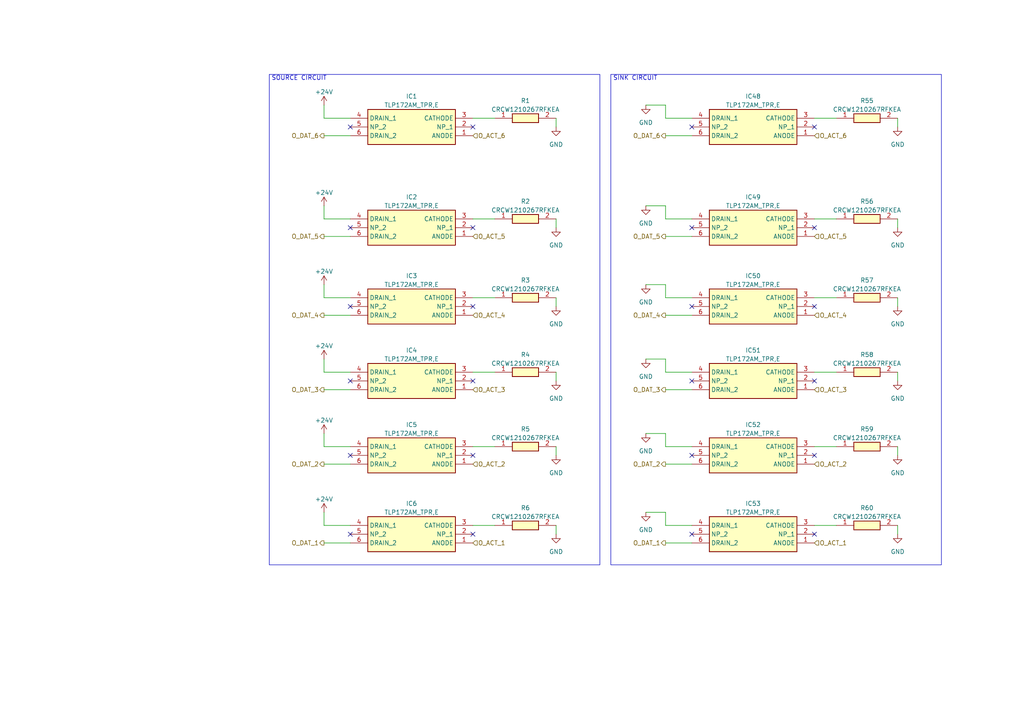
<source format=kicad_sch>
(kicad_sch (version 20230121) (generator eeschema)
  (paper "A4")
  (title_block (date "2023-04-23") (rev "1") (company "UPB - FIIR - Roboți și sisteme de producție") (comment 1 "Alexandru-Ioan Anastasiu"))
  (lib_symbols
    (symbol "CRCW1210267RFKEA:CRCW1210267RFKEA" (pin_names hide)
      (property "Reference" "R" (at 13.97 6.35 0))
      (property "Value" "CRCW1210267RFKEA" (at 13.97 3.81 0))
      (symbol "CRCW1210267RFKEA_1_1"
        (rectangle (start 5.08 1.27) (end 12.7 -1.27) (stroke (width 0.254)) (fill (type background)))
        (pin passive line (at 0 0 0) (length 5.08) (name "1") (number "1"))
        (pin passive line (at 17.78 0 180) (length 5.08) (name "2") (number "2"))
      )
    )
    (symbol "TLP172AM_TPR_E:TLP172AM_TPR,E"
      (property "Reference" "IC" (at 31.75 7.62 0))
      (property "Value" "TLP172AM_TPR,E" (at 31.75 5.08 0))
      (symbol "TLP172AM_TPR,E_1_1"
        (rectangle (start 5.08 2.54) (end 30.48 -7.62) (stroke (width 0.254)) (fill (type background)))
        (pin passive line (at 0 0 0) (length 5.08) (name "ANODE") (number "1"))
        (pin passive line (at 0 -2.54 0) (length 5.08) (name "NP_1") (number "2"))
        (pin passive line (at 0 -5.08 0) (length 5.08) (name "CATHODE") (number "3"))
        (pin passive line (at 35.56 -5.08 180) (length 5.08) (name "DRAIN_1") (number "4"))
        (pin passive line (at 35.56 -2.54 180) (length 5.08) (name "NP_2") (number "5"))
        (pin passive line (at 35.56 0 180) (length 5.08) (name "DRAIN_2") (number "6"))
      )
    )
    (symbol "power:+24V" (power) (pin_names (offset 0))
      (property "Value" "+24V" (at 0 3.556 0))
      (symbol "+24V_0_1"
        (polyline (pts (xy -0.762 1.27) (xy 0 2.54)))
        (polyline (pts (xy 0 0) (xy 0 2.54)))
        (polyline (pts (xy 0 2.54) (xy 0.762 1.27)))
      )
      (symbol "+24V_1_1"
        (pin power_in line (at 0 0 90) (length 0) hide (name "+24V") (number "1"))
      )
    )
    (symbol "power:GND" (power) (pin_names (offset 0))
      (property "Value" "GND" (at 0 -3.81 0))
      (symbol "GND_0_1"
        (polyline (pts (xy 0 0) (xy 0 -1.27) (xy 1.27 -1.27) (xy 0 -2.54) (xy -1.27 -1.27) (xy 0 -1.27)))
      )
      (symbol "GND_1_1"
        (pin power_in line (at 0 0 270) (length 0) hide (name "GND") (number "1"))
      )
    )
  )
  (no_connect (at 236.22 132.08))
  (no_connect (at 137.16 36.83))
  (no_connect (at 200.66 36.83))
  (no_connect (at 137.16 154.94))
  (no_connect (at 200.66 110.49))
  (no_connect (at 101.6 110.49))
  (no_connect (at 137.16 88.9))
  (no_connect (at 200.66 132.08))
  (no_connect (at 137.16 110.49))
  (no_connect (at 236.22 154.94))
  (no_connect (at 236.22 66.04))
  (no_connect (at 200.66 88.9))
  (no_connect (at 101.6 132.08))
  (no_connect (at 137.16 66.04))
  (no_connect (at 101.6 66.04))
  (no_connect (at 101.6 36.83))
  (no_connect (at 101.6 88.9))
  (no_connect (at 236.22 36.83))
  (no_connect (at 200.66 154.94))
  (no_connect (at 137.16 132.08))
  (no_connect (at 236.22 110.49))
  (no_connect (at 236.22 88.9))
  (no_connect (at 101.6 154.94))
  (no_connect (at 200.66 66.04))
  (wire (pts (xy 101.6 86.36) (xy 93.98 86.36)))
  (wire (pts (xy 260.35 86.36) (xy 260.35 88.9)))
  (wire (pts (xy 161.29 63.5) (xy 161.29 66.04)))
  (wire (pts (xy 93.98 86.36) (xy 93.98 82.55)))
  (wire (pts (xy 236.22 86.36) (xy 242.57 86.36)))
  (wire (pts (xy 187.325 148.59) (xy 193.04 148.59)))
  (wire (pts (xy 193.04 129.54) (xy 193.04 125.73)))
  (wire (pts (xy 236.22 63.5) (xy 242.57 63.5)))
  (wire (pts (xy 193.04 107.95) (xy 193.04 104.14)))
  (wire (pts (xy 187.325 30.48) (xy 193.04 30.48)))
  (wire (pts (xy 193.04 63.5) (xy 193.04 59.69)))
  (wire (pts (xy 161.29 107.95) (xy 161.29 110.49)))
  (wire (pts (xy 200.66 86.36) (xy 193.04 86.36)))
  (wire (pts (xy 236.22 34.29) (xy 242.57 34.29)))
  (wire (pts (xy 93.98 129.54) (xy 93.98 125.73)))
  (wire (pts (xy 260.35 152.4) (xy 260.35 154.94)))
  (wire (pts (xy 260.35 129.54) (xy 260.35 132.08)))
  (wire (pts (xy 137.16 107.95) (xy 143.51 107.95)))
  (wire (pts (xy 193.04 134.62) (xy 200.66 134.62)))
  (wire (pts (xy 93.98 68.58) (xy 101.6 68.58)))
  (wire (pts (xy 93.98 107.95) (xy 93.98 104.14)))
  (wire (pts (xy 187.325 59.69) (xy 193.04 59.69)))
  (wire (pts (xy 193.04 157.48) (xy 200.66 157.48)))
  (wire (pts (xy 200.66 152.4) (xy 193.04 152.4)))
  (wire (pts (xy 193.04 152.4) (xy 193.04 148.59)))
  (wire (pts (xy 93.98 134.62) (xy 101.6 134.62)))
  (wire (pts (xy 187.325 104.14) (xy 193.04 104.14)))
  (wire (pts (xy 101.6 107.95) (xy 93.98 107.95)))
  (wire (pts (xy 236.22 152.4) (xy 242.57 152.4)))
  (wire (pts (xy 93.98 63.5) (xy 93.98 59.69)))
  (wire (pts (xy 260.35 63.5) (xy 260.35 66.04)))
  (wire (pts (xy 101.6 129.54) (xy 93.98 129.54)))
  (wire (pts (xy 161.29 129.54) (xy 161.29 132.08)))
  (wire (pts (xy 93.98 113.03) (xy 101.6 113.03)))
  (wire (pts (xy 93.98 157.48) (xy 101.6 157.48)))
  (wire (pts (xy 260.35 107.95) (xy 260.35 110.49)))
  (wire (pts (xy 200.66 107.95) (xy 193.04 107.95)))
  (wire (pts (xy 93.98 91.44) (xy 101.6 91.44)))
  (wire (pts (xy 161.29 152.4) (xy 161.29 154.94)))
  (wire (pts (xy 161.29 34.29) (xy 161.29 36.83)))
  (wire (pts (xy 93.98 34.29) (xy 93.98 30.48)))
  (wire (pts (xy 260.35 34.29) (xy 260.35 36.83)))
  (wire (pts (xy 187.325 125.73) (xy 193.04 125.73)))
  (wire (pts (xy 137.16 152.4) (xy 143.51 152.4)))
  (wire (pts (xy 101.6 34.29) (xy 93.98 34.29)))
  (wire (pts (xy 236.22 129.54) (xy 242.57 129.54)))
  (wire (pts (xy 93.98 39.37) (xy 101.6 39.37)))
  (wire (pts (xy 193.04 86.36) (xy 193.04 82.55)))
  (wire (pts (xy 137.16 129.54) (xy 143.51 129.54)))
  (wire (pts (xy 193.04 68.58) (xy 200.66 68.58)))
  (wire (pts (xy 200.66 34.29) (xy 193.04 34.29)))
  (wire (pts (xy 187.325 82.55) (xy 193.04 82.55)))
  (wire (pts (xy 161.29 86.36) (xy 161.29 88.9)))
  (wire (pts (xy 137.16 86.36) (xy 143.51 86.36)))
  (wire (pts (xy 137.16 63.5) (xy 143.51 63.5)))
  (wire (pts (xy 193.04 113.03) (xy 200.66 113.03)))
  (wire (pts (xy 200.66 63.5) (xy 193.04 63.5)))
  (wire (pts (xy 193.04 91.44) (xy 200.66 91.44)))
  (wire (pts (xy 101.6 63.5) (xy 93.98 63.5)))
  (wire (pts (xy 137.16 34.29) (xy 143.51 34.29)))
  (wire (pts (xy 101.6 152.4) (xy 93.98 152.4)))
  (wire (pts (xy 193.04 34.29) (xy 193.04 30.48)))
  (wire (pts (xy 193.04 39.37) (xy 200.66 39.37)))
  (wire (pts (xy 236.22 107.95) (xy 242.57 107.95)))
  (wire (pts (xy 93.98 152.4) (xy 93.98 148.59)))
  (wire (pts (xy 200.66 129.54) (xy 193.04 129.54)))
  (rectangle (start 78.105 21.59) (end 173.99 163.83))
  (rectangle (start 177.165 21.59) (end 273.05 163.83))
  (text "SOURCE CIRCUIT\n" (at 78.74 23.495 0) (effects (font (size 1.27 1.27)) (justify left bottom)))
  (text "SINK CIRCUIT\n" (at 177.8 23.495 0) (effects (font (size 1.27 1.27)) (justify left bottom)))
  (hierarchical_label "O_DAT_6" (shape output) (at 93.98 39.37 180))
  (hierarchical_label "O_ACT_2" (shape input) (at 137.16 134.62 0))
  (hierarchical_label "O_ACT_6" (shape input) (at 236.22 39.37 0))
  (hierarchical_label "O_DAT_2" (shape output) (at 193.04 134.62 180))
  (hierarchical_label "O_ACT_1" (shape input) (at 137.16 157.48 0))
  (hierarchical_label "O_DAT_1" (shape output) (at 193.04 157.48 180))
  (hierarchical_label "O_DAT_3" (shape output) (at 193.04 113.03 180))
  (hierarchical_label "O_DAT_2" (shape output) (at 93.98 134.62 180))
  (hierarchical_label "O_DAT_6" (shape output) (at 193.04 39.37 180))
  (hierarchical_label "O_ACT_5" (shape input) (at 236.22 68.58 0))
  (hierarchical_label "O_DAT_4" (shape output) (at 93.98 91.44 180))
  (hierarchical_label "O_DAT_3" (shape output) (at 93.98 113.03 180))
  (hierarchical_label "O_DAT_5" (shape output) (at 93.98 68.58 180))
  (hierarchical_label "O_ACT_5" (shape input) (at 137.16 68.58 0))
  (hierarchical_label "O_DAT_4" (shape output) (at 193.04 91.44 180))
  (hierarchical_label "O_ACT_3" (shape input) (at 236.22 113.03 0))
  (hierarchical_label "O_DAT_5" (shape output) (at 193.04 68.58 180))
  (hierarchical_label "O_DAT_1" (shape output) (at 93.98 157.48 180))
  (hierarchical_label "O_ACT_4" (shape input) (at 137.16 91.44 0))
  (hierarchical_label "O_ACT_1" (shape input) (at 236.22 157.48 0))
  (hierarchical_label "O_ACT_2" (shape input) (at 236.22 134.62 0))
  (hierarchical_label "O_ACT_6" (shape input) (at 137.16 39.37 0))
  (hierarchical_label "O_ACT_3" (shape input) (at 137.16 113.03 0))
  (hierarchical_label "O_ACT_4" (shape input) (at 236.22 91.44 0))
  (symbol (lib_id "CRCW1210267RFKEA:CRCW1210267RFKEA") (at 143.51 152.4 0) (unit 1)
    (property "Reference" "R6" (at 152.4 147.32 0))
    (property "Value" "CRCW1210267RFKEA" (at 152.4 149.86 0))
    (property "Footprint" "CRCW1210267RFKEA:RESC3225X60N" (effects hide))
    (property "Datasheet" "http://componentsearchengine.com/Datasheets/1/CRCW1210267RFKEA.pdf" (effects hide))
    (property "Height" "0.6" (effects hide))
    (property "Mouser Part Number" "71-CRCW1210-267-E3" (effects hide))
    (property "Mouser Price/Stock" "https://www.mouser.co.uk/ProductDetail/Vishay-Dale/CRCW1210267RFKEA?qs=u0pLYIWDdLe%252BVJfyDMg51g%3D%3D" (effects hide))
    (property "Manufacturer_Name" "Vishay" (effects hide))
    (property "Manufacturer_Part_Number" "CRCW1210267RFKEA" (effects hide))
    (instances (project "PLC-CIM" (path "" (reference "R6") (unit 1)) (path "" (reference "R24") (unit 1)) (path "" (reference "R42") (unit 1)) (path "" (reference "R48") (unit 1)) (path "" (reference "R54") (unit 1))))
  )
  (symbol (lib_id "TLP172AM_TPR_E:TLP172AM_TPR,E") (at 236.22 157.48 180) (unit 1)
    (property "Reference" "IC53" (at 218.44 146.05 0))
    (property "Value" "TLP172AM_TPR,E" (at 218.44 148.59 0))
    (property "Footprint" "TLP172AM_TPR_E:SOIC127P700X230-6N" (effects hide))
    (property "Datasheet" "https://toshiba.semicon-storage.com/info/docget.jsp?did=36714&prodName=TLP172AM" (effects hide))
    (property "Height" "2.3" (effects hide))
    (property "Mouser Part Number" "757-TLP172AMTPRE" (effects hide))
    (property "Mouser Price/Stock" "https://www.mouser.co.uk/ProductDetail/Toshiba/TLP172AMTPRE?qs=6ZHl3BmPMW1g8abCQD%2F8ag%3D%3D" (effects hide))
    (property "Manufacturer_Name" "Toshiba" (effects hide))
    (property "Manufacturer_Part_Number" "TLP172AM(TPR,E" (effects hide))
    (instances (project "PLC-CIM" (path "" (reference "IC53") (unit 1)) (path "" (reference "IC59") (unit 1)) (path "" (reference "IC65") (unit 1)) (path "" (reference "IC71") (unit 1)) (path "" (reference "IC77") (unit 1))))
  )
  (symbol (lib_id "power:+24V") (at 93.98 59.69 0) (unit 1)
    (property "Reference" "#PWR0114" (effects hide))
    (property "Value" "+24V" (at 93.98 55.88 0))
    (instances (project "PLC-CIM" (path "" (reference "#PWR0114") (unit 1)) (path "" (reference "#PWR0156") (unit 1)) (path "" (reference "#PWR0198") (unit 1)) (path "" (reference "#PWR0222") (unit 1)) (path "" (reference "#PWR0246") (unit 1))))
  )
  (symbol (lib_id "power:GND") (at 187.325 59.69 0) (unit 1)
    (property "Reference" "#PWR0127" (effects hide))
    (property "Value" "GND" (at 187.325 64.77 0))
    (instances (project "PLC-CIM" (path "" (reference "#PWR0127") (unit 1)) (path "" (reference "#PWR0169") (unit 1)) (path "" (reference "#PWR0211") (unit 1)) (path "" (reference "#PWR0235") (unit 1)) (path "" (reference "#PWR0259") (unit 1))))
  )
  (symbol (lib_id "power:GND") (at 161.29 110.49 0) (unit 1)
    (property "Reference" "#PWR0117" (effects hide))
    (property "Value" "GND" (at 161.29 115.57 0))
    (instances (project "PLC-CIM" (path "" (reference "#PWR0117") (unit 1)) (path "" (reference "#PWR0159") (unit 1)) (path "" (reference "#PWR0201") (unit 1)) (path "" (reference "#PWR0225") (unit 1)) (path "" (reference "#PWR0249") (unit 1))))
  )
  (symbol (lib_id "power:+24V") (at 93.98 82.55 0) (unit 1)
    (property "Reference" "#PWR0111" (effects hide))
    (property "Value" "+24V" (at 93.98 78.74 0))
    (instances (project "PLC-CIM" (path "" (reference "#PWR0111") (unit 1)) (path "" (reference "#PWR0153") (unit 1)) (path "" (reference "#PWR0195") (unit 1)) (path "" (reference "#PWR0219") (unit 1)) (path "" (reference "#PWR0243") (unit 1))))
  )
  (symbol (lib_id "TLP172AM_TPR_E:TLP172AM_TPR,E") (at 137.16 68.58 180) (unit 1)
    (property "Reference" "IC2" (at 119.38 57.15 0))
    (property "Value" "TLP172AM_TPR,E" (at 119.38 59.69 0))
    (property "Footprint" "TLP172AM_TPR_E:SOIC127P700X230-6N" (effects hide))
    (property "Datasheet" "https://toshiba.semicon-storage.com/info/docget.jsp?did=36714&prodName=TLP172AM" (effects hide))
    (property "Height" "2.3" (effects hide))
    (property "Mouser Part Number" "757-TLP172AMTPRE" (effects hide))
    (property "Mouser Price/Stock" "https://www.mouser.co.uk/ProductDetail/Toshiba/TLP172AMTPRE?qs=6ZHl3BmPMW1g8abCQD%2F8ag%3D%3D" (effects hide))
    (property "Manufacturer_Name" "Toshiba" (effects hide))
    (property "Manufacturer_Part_Number" "TLP172AM(TPR,E" (effects hide))
    (instances (project "PLC-CIM" (path "" (reference "IC2") (unit 1)) (path "" (reference "IC14") (unit 1)) (path "" (reference "IC26") (unit 1)) (path "" (reference "IC33") (unit 1)) (path "" (reference "IC39") (unit 1))))
  )
  (symbol (lib_id "CRCW1210267RFKEA:CRCW1210267RFKEA") (at 143.51 63.5 0) (unit 1)
    (property "Reference" "R2" (at 152.4 58.42 0))
    (property "Value" "CRCW1210267RFKEA" (at 152.4 60.96 0))
    (property "Footprint" "CRCW1210267RFKEA:RESC3225X60N" (effects hide))
    (property "Datasheet" "http://componentsearchengine.com/Datasheets/1/CRCW1210267RFKEA.pdf" (effects hide))
    (property "Height" "0.6" (effects hide))
    (property "Mouser Part Number" "71-CRCW1210-267-E3" (effects hide))
    (property "Mouser Price/Stock" "https://www.mouser.co.uk/ProductDetail/Vishay-Dale/CRCW1210267RFKEA?qs=u0pLYIWDdLe%252BVJfyDMg51g%3D%3D" (effects hide))
    (property "Manufacturer_Name" "Vishay" (effects hide))
    (property "Manufacturer_Part_Number" "CRCW1210267RFKEA" (effects hide))
    (instances (project "PLC-CIM" (path "" (reference "R2") (unit 1)) (path "" (reference "R20") (unit 1)) (path "" (reference "R38") (unit 1)) (path "" (reference "R44") (unit 1)) (path "" (reference "R50") (unit 1))))
  )
  (symbol (lib_id "power:GND") (at 187.325 148.59 0) (unit 1)
    (property "Reference" "#PWR0109" (effects hide))
    (property "Value" "GND" (at 187.325 153.67 0))
    (instances (project "PLC-CIM" (path "" (reference "#PWR0109") (unit 1)) (path "" (reference "#PWR0151") (unit 1)) (path "" (reference "#PWR0193") (unit 1)) (path "" (reference "#PWR0217") (unit 1)) (path "" (reference "#PWR0241") (unit 1))))
  )
  (symbol (lib_id "TLP172AM_TPR_E:TLP172AM_TPR,E") (at 236.22 113.03 180) (unit 1)
    (property "Reference" "IC51" (at 218.44 101.6 0))
    (property "Value" "TLP172AM_TPR,E" (at 218.44 104.14 0))
    (property "Footprint" "TLP172AM_TPR_E:SOIC127P700X230-6N" (effects hide))
    (property "Datasheet" "https://toshiba.semicon-storage.com/info/docget.jsp?did=36714&prodName=TLP172AM" (effects hide))
    (property "Height" "2.3" (effects hide))
    (property "Mouser Part Number" "757-TLP172AMTPRE" (effects hide))
    (property "Mouser Price/Stock" "https://www.mouser.co.uk/ProductDetail/Toshiba/TLP172AMTPRE?qs=6ZHl3BmPMW1g8abCQD%2F8ag%3D%3D" (effects hide))
    (property "Manufacturer_Name" "Toshiba" (effects hide))
    (property "Manufacturer_Part_Number" "TLP172AM(TPR,E" (effects hide))
    (instances (project "PLC-CIM" (path "" (reference "IC51") (unit 1)) (path "" (reference "IC57") (unit 1)) (path "" (reference "IC63") (unit 1)) (path "" (reference "IC69") (unit 1)) (path "" (reference "IC75") (unit 1))))
  )
  (symbol (lib_id "CRCW1210267RFKEA:CRCW1210267RFKEA") (at 242.57 107.95 0) (unit 1)
    (property "Reference" "R58" (at 251.46 102.87 0))
    (property "Value" "CRCW1210267RFKEA" (at 251.46 105.41 0))
    (property "Footprint" "CRCW1210267RFKEA:RESC3225X60N" (effects hide))
    (property "Datasheet" "http://componentsearchengine.com/Datasheets/1/CRCW1210267RFKEA.pdf" (effects hide))
    (property "Height" "0.6" (effects hide))
    (property "Mouser Part Number" "71-CRCW1210-267-E3" (effects hide))
    (property "Mouser Price/Stock" "https://www.mouser.co.uk/ProductDetail/Vishay-Dale/CRCW1210267RFKEA?qs=u0pLYIWDdLe%252BVJfyDMg51g%3D%3D" (effects hide))
    (property "Manufacturer_Name" "Vishay" (effects hide))
    (property "Manufacturer_Part_Number" "CRCW1210267RFKEA" (effects hide))
    (instances (project "PLC-CIM" (path "" (reference "R58") (unit 1)) (path "" (reference "R64") (unit 1)) (path "" (reference "R70") (unit 1)) (path "" (reference "R76") (unit 1)) (path "" (reference "R82") (unit 1))))
  )
  (symbol (lib_id "power:GND") (at 187.325 104.14 0) (unit 1)
    (property "Reference" "#PWR0123" (effects hide))
    (property "Value" "GND" (at 187.325 109.22 0))
    (instances (project "PLC-CIM" (path "" (reference "#PWR0123") (unit 1)) (path "" (reference "#PWR0165") (unit 1)) (path "" (reference "#PWR0207") (unit 1)) (path "" (reference "#PWR0231") (unit 1)) (path "" (reference "#PWR0255") (unit 1))))
  )
  (symbol (lib_id "power:GND") (at 161.29 88.9 0) (unit 1)
    (property "Reference" "#PWR0119" (effects hide))
    (property "Value" "GND" (at 161.29 93.98 0))
    (instances (project "PLC-CIM" (path "" (reference "#PWR0119") (unit 1)) (path "" (reference "#PWR0161") (unit 1)) (path "" (reference "#PWR0203") (unit 1)) (path "" (reference "#PWR0227") (unit 1)) (path "" (reference "#PWR0251") (unit 1))))
  )
  (symbol (lib_id "CRCW1210267RFKEA:CRCW1210267RFKEA") (at 242.57 152.4 0) (unit 1)
    (property "Reference" "R60" (at 251.46 147.32 0))
    (property "Value" "CRCW1210267RFKEA" (at 251.46 149.86 0))
    (property "Footprint" "CRCW1210267RFKEA:RESC3225X60N" (effects hide))
    (property "Datasheet" "http://componentsearchengine.com/Datasheets/1/CRCW1210267RFKEA.pdf" (effects hide))
    (property "Height" "0.6" (effects hide))
    (property "Mouser Part Number" "71-CRCW1210-267-E3" (effects hide))
    (property "Mouser Price/Stock" "https://www.mouser.co.uk/ProductDetail/Vishay-Dale/CRCW1210267RFKEA?qs=u0pLYIWDdLe%252BVJfyDMg51g%3D%3D" (effects hide))
    (property "Manufacturer_Name" "Vishay" (effects hide))
    (property "Manufacturer_Part_Number" "CRCW1210267RFKEA" (effects hide))
    (instances (project "PLC-CIM" (path "" (reference "R60") (unit 1)) (path "" (reference "R66") (unit 1)) (path "" (reference "R72") (unit 1)) (path "" (reference "R78") (unit 1)) (path "" (reference "R84") (unit 1))))
  )
  (symbol (lib_id "CRCW1210267RFKEA:CRCW1210267RFKEA") (at 242.57 63.5 0) (unit 1)
    (property "Reference" "R56" (at 251.46 58.42 0))
    (property "Value" "CRCW1210267RFKEA" (at 251.46 60.96 0))
    (property "Footprint" "CRCW1210267RFKEA:RESC3225X60N" (effects hide))
    (property "Datasheet" "http://componentsearchengine.com/Datasheets/1/CRCW1210267RFKEA.pdf" (effects hide))
    (property "Height" "0.6" (effects hide))
    (property "Mouser Part Number" "71-CRCW1210-267-E3" (effects hide))
    (property "Mouser Price/Stock" "https://www.mouser.co.uk/ProductDetail/Vishay-Dale/CRCW1210267RFKEA?qs=u0pLYIWDdLe%252BVJfyDMg51g%3D%3D" (effects hide))
    (property "Manufacturer_Name" "Vishay" (effects hide))
    (property "Manufacturer_Part_Number" "CRCW1210267RFKEA" (effects hide))
    (instances (project "PLC-CIM" (path "" (reference "R56") (unit 1)) (path "" (reference "R62") (unit 1)) (path "" (reference "R68") (unit 1)) (path "" (reference "R74") (unit 1)) (path "" (reference "R80") (unit 1))))
  )
  (symbol (lib_id "TLP172AM_TPR_E:TLP172AM_TPR,E") (at 137.16 134.62 180) (unit 1)
    (property "Reference" "IC5" (at 119.38 123.19 0))
    (property "Value" "TLP172AM_TPR,E" (at 119.38 125.73 0))
    (property "Footprint" "TLP172AM_TPR_E:SOIC127P700X230-6N" (effects hide))
    (property "Datasheet" "https://toshiba.semicon-storage.com/info/docget.jsp?did=36714&prodName=TLP172AM" (effects hide))
    (property "Height" "2.3" (effects hide))
    (property "Mouser Part Number" "757-TLP172AMTPRE" (effects hide))
    (property "Mouser Price/Stock" "https://www.mouser.co.uk/ProductDetail/Toshiba/TLP172AMTPRE?qs=6ZHl3BmPMW1g8abCQD%2F8ag%3D%3D" (effects hide))
    (property "Manufacturer_Name" "Toshiba" (effects hide))
    (property "Manufacturer_Part_Number" "TLP172AM(TPR,E" (effects hide))
    (instances (project "PLC-CIM" (path "" (reference "IC5") (unit 1)) (path "" (reference "IC17") (unit 1)) (path "" (reference "IC29") (unit 1)) (path "" (reference "IC36") (unit 1)) (path "" (reference "IC42") (unit 1))))
  )
  (symbol (lib_id "TLP172AM_TPR_E:TLP172AM_TPR,E") (at 137.16 39.37 180) (unit 1)
    (property "Reference" "IC1" (at 119.38 27.94 0))
    (property "Value" "TLP172AM_TPR,E" (at 119.38 30.48 0))
    (property "Footprint" "TLP172AM_TPR_E:SOIC127P700X230-6N" (effects hide))
    (property "Datasheet" "https://toshiba.semicon-storage.com/info/docget.jsp?did=36714&prodName=TLP172AM" (effects hide))
    (property "Height" "2.3" (effects hide))
    (property "Mouser Part Number" "757-TLP172AMTPRE" (effects hide))
    (property "Mouser Price/Stock" "https://www.mouser.co.uk/ProductDetail/Toshiba/TLP172AMTPRE?qs=6ZHl3BmPMW1g8abCQD%2F8ag%3D%3D" (effects hide))
    (property "Manufacturer_Name" "Toshiba" (effects hide))
    (property "Manufacturer_Part_Number" "TLP172AM(TPR,E" (effects hide))
    (instances (project "PLC-CIM" (path "" (reference "IC1") (unit 1)) (path "" (reference "IC13") (unit 1)) (path "" (reference "IC25") (unit 1)) (path "" (reference "IC32") (unit 1)) (path "" (reference "IC38") (unit 1))))
  )
  (symbol (lib_id "TLP172AM_TPR_E:TLP172AM_TPR,E") (at 236.22 91.44 180) (unit 1)
    (property "Reference" "IC50" (at 218.44 80.01 0))
    (property "Value" "TLP172AM_TPR,E" (at 218.44 82.55 0))
    (property "Footprint" "TLP172AM_TPR_E:SOIC127P700X230-6N" (effects hide))
    (property "Datasheet" "https://toshiba.semicon-storage.com/info/docget.jsp?did=36714&prodName=TLP172AM" (effects hide))
    (property "Height" "2.3" (effects hide))
    (property "Mouser Part Number" "757-TLP172AMTPRE" (effects hide))
    (property "Mouser Price/Stock" "https://www.mouser.co.uk/ProductDetail/Toshiba/TLP172AMTPRE?qs=6ZHl3BmPMW1g8abCQD%2F8ag%3D%3D" (effects hide))
    (property "Manufacturer_Name" "Toshiba" (effects hide))
    (property "Manufacturer_Part_Number" "TLP172AM(TPR,E" (effects hide))
    (instances (project "PLC-CIM" (path "" (reference "IC50") (unit 1)) (path "" (reference "IC56") (unit 1)) (path "" (reference "IC62") (unit 1)) (path "" (reference "IC68") (unit 1)) (path "" (reference "IC74") (unit 1))))
  )
  (symbol (lib_id "power:GND") (at 187.325 82.55 0) (unit 1)
    (property "Reference" "#PWR0126" (effects hide))
    (property "Value" "GND" (at 187.325 87.63 0))
    (instances (project "PLC-CIM" (path "" (reference "#PWR0126") (unit 1)) (path "" (reference "#PWR0168") (unit 1)) (path "" (reference "#PWR0210") (unit 1)) (path "" (reference "#PWR0234") (unit 1)) (path "" (reference "#PWR0258") (unit 1))))
  )
  (symbol (lib_id "power:GND") (at 161.29 132.08 0) (unit 1)
    (property "Reference" "#PWR0118" (effects hide))
    (property "Value" "GND" (at 161.29 137.16 0))
    (instances (project "PLC-CIM" (path "" (reference "#PWR0118") (unit 1)) (path "" (reference "#PWR0160") (unit 1)) (path "" (reference "#PWR0202") (unit 1)) (path "" (reference "#PWR0226") (unit 1)) (path "" (reference "#PWR0250") (unit 1))))
  )
  (symbol (lib_id "CRCW1210267RFKEA:CRCW1210267RFKEA") (at 242.57 86.36 0) (unit 1)
    (property "Reference" "R57" (at 251.46 81.28 0))
    (property "Value" "CRCW1210267RFKEA" (at 251.46 83.82 0))
    (property "Footprint" "CRCW1210267RFKEA:RESC3225X60N" (effects hide))
    (property "Datasheet" "http://componentsearchengine.com/Datasheets/1/CRCW1210267RFKEA.pdf" (effects hide))
    (property "Height" "0.6" (effects hide))
    (property "Mouser Part Number" "71-CRCW1210-267-E3" (effects hide))
    (property "Mouser Price/Stock" "https://www.mouser.co.uk/ProductDetail/Vishay-Dale/CRCW1210267RFKEA?qs=u0pLYIWDdLe%252BVJfyDMg51g%3D%3D" (effects hide))
    (property "Manufacturer_Name" "Vishay" (effects hide))
    (property "Manufacturer_Part_Number" "CRCW1210267RFKEA" (effects hide))
    (instances (project "PLC-CIM" (path "" (reference "R57") (unit 1)) (path "" (reference "R63") (unit 1)) (path "" (reference "R69") (unit 1)) (path "" (reference "R75") (unit 1)) (path "" (reference "R81") (unit 1))))
  )
  (symbol (lib_id "power:GND") (at 260.35 66.04 0) (unit 1)
    (property "Reference" "#PWR0130" (effects hide))
    (property "Value" "GND" (at 260.35 71.12 0))
    (instances (project "PLC-CIM" (path "" (reference "#PWR0130") (unit 1)) (path "" (reference "#PWR0172") (unit 1)) (path "" (reference "#PWR0214") (unit 1)) (path "" (reference "#PWR0238") (unit 1)) (path "" (reference "#PWR0262") (unit 1))))
  )
  (symbol (lib_id "CRCW1210267RFKEA:CRCW1210267RFKEA") (at 143.51 34.29 0) (unit 1)
    (property "Reference" "R1" (at 152.4 29.21 0))
    (property "Value" "CRCW1210267RFKEA" (at 152.4 31.75 0))
    (property "Footprint" "CRCW1210267RFKEA:RESC3225X60N" (effects hide))
    (property "Datasheet" "http://componentsearchengine.com/Datasheets/1/CRCW1210267RFKEA.pdf" (effects hide))
    (property "Height" "0.6" (effects hide))
    (property "Mouser Part Number" "71-CRCW1210-267-E3" (effects hide))
    (property "Mouser Price/Stock" "https://www.mouser.co.uk/ProductDetail/Vishay-Dale/CRCW1210267RFKEA?qs=u0pLYIWDdLe%252BVJfyDMg51g%3D%3D" (effects hide))
    (property "Manufacturer_Name" "Vishay" (effects hide))
    (property "Manufacturer_Part_Number" "CRCW1210267RFKEA" (effects hide))
    (instances (project "PLC-CIM" (path "" (reference "R1") (unit 1)) (path "" (reference "R19") (unit 1)) (path "" (reference "R37") (unit 1)) (path "" (reference "R43") (unit 1)) (path "" (reference "R49") (unit 1))))
  )
  (symbol (lib_id "power:GND") (at 260.35 36.83 0) (unit 1)
    (property "Reference" "#PWR0131" (effects hide))
    (property "Value" "GND" (at 260.35 41.91 0))
    (instances (project "PLC-CIM" (path "" (reference "#PWR0131") (unit 1)) (path "" (reference "#PWR0173") (unit 1)) (path "" (reference "#PWR0215") (unit 1)) (path "" (reference "#PWR0239") (unit 1)) (path "" (reference "#PWR0263") (unit 1))))
  )
  (symbol (lib_id "CRCW1210267RFKEA:CRCW1210267RFKEA") (at 143.51 86.36 0) (unit 1)
    (property "Reference" "R3" (at 152.4 81.28 0))
    (property "Value" "CRCW1210267RFKEA" (at 152.4 83.82 0))
    (property "Footprint" "CRCW1210267RFKEA:RESC3225X60N" (effects hide))
    (property "Datasheet" "http://componentsearchengine.com/Datasheets/1/CRCW1210267RFKEA.pdf" (effects hide))
    (property "Height" "0.6" (effects hide))
    (property "Mouser Part Number" "71-CRCW1210-267-E3" (effects hide))
    (property "Mouser Price/Stock" "https://www.mouser.co.uk/ProductDetail/Vishay-Dale/CRCW1210267RFKEA?qs=u0pLYIWDdLe%252BVJfyDMg51g%3D%3D" (effects hide))
    (property "Manufacturer_Name" "Vishay" (effects hide))
    (property "Manufacturer_Part_Number" "CRCW1210267RFKEA" (effects hide))
    (instances (project "PLC-CIM" (path "" (reference "R3") (unit 1)) (path "" (reference "R21") (unit 1)) (path "" (reference "R39") (unit 1)) (path "" (reference "R45") (unit 1)) (path "" (reference "R51") (unit 1))))
  )
  (symbol (lib_id "power:+24V") (at 93.98 30.48 0) (unit 1)
    (property "Reference" "#PWR0115" (effects hide))
    (property "Value" "+24V" (at 93.98 26.67 0))
    (instances (project "PLC-CIM" (path "" (reference "#PWR0115") (unit 1)) (path "" (reference "#PWR0157") (unit 1)) (path "" (reference "#PWR0199") (unit 1)) (path "" (reference "#PWR0223") (unit 1)) (path "" (reference "#PWR0247") (unit 1))))
  )
  (symbol (lib_id "TLP172AM_TPR_E:TLP172AM_TPR,E") (at 236.22 39.37 180) (unit 1)
    (property "Reference" "IC48" (at 218.44 27.94 0))
    (property "Value" "TLP172AM_TPR,E" (at 218.44 30.48 0))
    (property "Footprint" "TLP172AM_TPR_E:SOIC127P700X230-6N" (effects hide))
    (property "Datasheet" "https://toshiba.semicon-storage.com/info/docget.jsp?did=36714&prodName=TLP172AM" (effects hide))
    (property "Height" "2.3" (effects hide))
    (property "Mouser Part Number" "757-TLP172AMTPRE" (effects hide))
    (property "Mouser Price/Stock" "https://www.mouser.co.uk/ProductDetail/Toshiba/TLP172AMTPRE?qs=6ZHl3BmPMW1g8abCQD%2F8ag%3D%3D" (effects hide))
    (property "Manufacturer_Name" "Toshiba" (effects hide))
    (property "Manufacturer_Part_Number" "TLP172AM(TPR,E" (effects hide))
    (instances (project "PLC-CIM" (path "" (reference "IC48") (unit 1)) (path "" (reference "IC54") (unit 1)) (path "" (reference "IC60") (unit 1)) (path "" (reference "IC66") (unit 1)) (path "" (reference "IC72") (unit 1))))
  )
  (symbol (lib_id "TLP172AM_TPR_E:TLP172AM_TPR,E") (at 137.16 113.03 180) (unit 1)
    (property "Reference" "IC4" (at 119.38 101.6 0))
    (property "Value" "TLP172AM_TPR,E" (at 119.38 104.14 0))
    (property "Footprint" "TLP172AM_TPR_E:SOIC127P700X230-6N" (effects hide))
    (property "Datasheet" "https://toshiba.semicon-storage.com/info/docget.jsp?did=36714&prodName=TLP172AM" (effects hide))
    (property "Height" "2.3" (effects hide))
    (property "Mouser Part Number" "757-TLP172AMTPRE" (effects hide))
    (property "Mouser Price/Stock" "https://www.mouser.co.uk/ProductDetail/Toshiba/TLP172AMTPRE?qs=6ZHl3BmPMW1g8abCQD%2F8ag%3D%3D" (effects hide))
    (property "Manufacturer_Name" "Toshiba" (effects hide))
    (property "Manufacturer_Part_Number" "TLP172AM(TPR,E" (effects hide))
    (instances (project "PLC-CIM" (path "" (reference "IC4") (unit 1)) (path "" (reference "IC16") (unit 1)) (path "" (reference "IC28") (unit 1)) (path "" (reference "IC35") (unit 1)) (path "" (reference "IC41") (unit 1))))
  )
  (symbol (lib_id "power:GND") (at 187.325 30.48 0) (unit 1)
    (property "Reference" "#PWR0128" (effects hide))
    (property "Value" "GND" (at 187.325 35.56 0))
    (instances (project "PLC-CIM" (path "" (reference "#PWR0128") (unit 1)) (path "" (reference "#PWR0170") (unit 1)) (path "" (reference "#PWR0212") (unit 1)) (path "" (reference "#PWR0236") (unit 1)) (path "" (reference "#PWR0260") (unit 1))))
  )
  (symbol (lib_id "power:GND") (at 260.35 88.9 0) (unit 1)
    (property "Reference" "#PWR0122" (effects hide))
    (property "Value" "GND" (at 260.35 93.98 0))
    (instances (project "PLC-CIM" (path "" (reference "#PWR0122") (unit 1)) (path "" (reference "#PWR0164") (unit 1)) (path "" (reference "#PWR0206") (unit 1)) (path "" (reference "#PWR0230") (unit 1)) (path "" (reference "#PWR0254") (unit 1))))
  )
  (symbol (lib_id "CRCW1210267RFKEA:CRCW1210267RFKEA") (at 242.57 34.29 0) (unit 1)
    (property "Reference" "R55" (at 251.46 29.21 0))
    (property "Value" "CRCW1210267RFKEA" (at 251.46 31.75 0))
    (property "Footprint" "CRCW1210267RFKEA:RESC3225X60N" (effects hide))
    (property "Datasheet" "http://componentsearchengine.com/Datasheets/1/CRCW1210267RFKEA.pdf" (effects hide))
    (property "Height" "0.6" (effects hide))
    (property "Mouser Part Number" "71-CRCW1210-267-E3" (effects hide))
    (property "Mouser Price/Stock" "https://www.mouser.co.uk/ProductDetail/Vishay-Dale/CRCW1210267RFKEA?qs=u0pLYIWDdLe%252BVJfyDMg51g%3D%3D" (effects hide))
    (property "Manufacturer_Name" "Vishay" (effects hide))
    (property "Manufacturer_Part_Number" "CRCW1210267RFKEA" (effects hide))
    (instances (project "PLC-CIM" (path "" (reference "R55") (unit 1)) (path "" (reference "R61") (unit 1)) (path "" (reference "R67") (unit 1)) (path "" (reference "R73") (unit 1)) (path "" (reference "R79") (unit 1))))
  )
  (symbol (lib_id "TLP172AM_TPR_E:TLP172AM_TPR,E") (at 236.22 68.58 180) (unit 1)
    (property "Reference" "IC49" (at 218.44 57.15 0))
    (property "Value" "TLP172AM_TPR,E" (at 218.44 59.69 0))
    (property "Footprint" "TLP172AM_TPR_E:SOIC127P700X230-6N" (effects hide))
    (property "Datasheet" "https://toshiba.semicon-storage.com/info/docget.jsp?did=36714&prodName=TLP172AM" (effects hide))
    (property "Height" "2.3" (effects hide))
    (property "Mouser Part Number" "757-TLP172AMTPRE" (effects hide))
    (property "Mouser Price/Stock" "https://www.mouser.co.uk/ProductDetail/Toshiba/TLP172AMTPRE?qs=6ZHl3BmPMW1g8abCQD%2F8ag%3D%3D" (effects hide))
    (property "Manufacturer_Name" "Toshiba" (effects hide))
    (property "Manufacturer_Part_Number" "TLP172AM(TPR,E" (effects hide))
    (instances (project "PLC-CIM" (path "" (reference "IC49") (unit 1)) (path "" (reference "IC55") (unit 1)) (path "" (reference "IC61") (unit 1)) (path "" (reference "IC67") (unit 1)) (path "" (reference "IC73") (unit 1))))
  )
  (symbol (lib_id "TLP172AM_TPR_E:TLP172AM_TPR,E") (at 137.16 157.48 180) (unit 1)
    (property "Reference" "IC6" (at 119.38 146.05 0))
    (property "Value" "TLP172AM_TPR,E" (at 119.38 148.59 0))
    (property "Footprint" "TLP172AM_TPR_E:SOIC127P700X230-6N" (effects hide))
    (property "Datasheet" "https://toshiba.semicon-storage.com/info/docget.jsp?did=36714&prodName=TLP172AM" (effects hide))
    (property "Height" "2.3" (effects hide))
    (property "Mouser Part Number" "757-TLP172AMTPRE" (effects hide))
    (property "Mouser Price/Stock" "https://www.mouser.co.uk/ProductDetail/Toshiba/TLP172AMTPRE?qs=6ZHl3BmPMW1g8abCQD%2F8ag%3D%3D" (effects hide))
    (property "Manufacturer_Name" "Toshiba" (effects hide))
    (property "Manufacturer_Part_Number" "TLP172AM(TPR,E" (effects hide))
    (instances (project "PLC-CIM" (path "" (reference "IC6") (unit 1)) (path "" (reference "IC18") (unit 1)) (path "" (reference "IC30") (unit 1)) (path "" (reference "IC37") (unit 1)) (path "" (reference "IC43") (unit 1))))
  )
  (symbol (lib_id "power:GND") (at 161.29 154.94 0) (unit 1)
    (property "Reference" "#PWR0116" (effects hide))
    (property "Value" "GND" (at 161.29 160.02 0))
    (instances (project "PLC-CIM" (path "" (reference "#PWR0116") (unit 1)) (path "" (reference "#PWR0158") (unit 1)) (path "" (reference "#PWR0200") (unit 1)) (path "" (reference "#PWR0224") (unit 1)) (path "" (reference "#PWR0248") (unit 1))))
  )
  (symbol (lib_id "CRCW1210267RFKEA:CRCW1210267RFKEA") (at 143.51 129.54 0) (unit 1)
    (property "Reference" "R5" (at 152.4 124.46 0))
    (property "Value" "CRCW1210267RFKEA" (at 152.4 127 0))
    (property "Footprint" "CRCW1210267RFKEA:RESC3225X60N" (effects hide))
    (property "Datasheet" "http://componentsearchengine.com/Datasheets/1/CRCW1210267RFKEA.pdf" (effects hide))
    (property "Height" "0.6" (effects hide))
    (property "Mouser Part Number" "71-CRCW1210-267-E3" (effects hide))
    (property "Mouser Price/Stock" "https://www.mouser.co.uk/ProductDetail/Vishay-Dale/CRCW1210267RFKEA?qs=u0pLYIWDdLe%252BVJfyDMg51g%3D%3D" (effects hide))
    (property "Manufacturer_Name" "Vishay" (effects hide))
    (property "Manufacturer_Part_Number" "CRCW1210267RFKEA" (effects hide))
    (instances (project "PLC-CIM" (path "" (reference "R5") (unit 1)) (path "" (reference "R23") (unit 1)) (path "" (reference "R41") (unit 1)) (path "" (reference "R47") (unit 1)) (path "" (reference "R53") (unit 1))))
  )
  (symbol (lib_id "power:+24V") (at 93.98 148.59 0) (unit 1)
    (property "Reference" "#PWR0113" (effects hide))
    (property "Value" "+24V" (at 93.98 144.78 0))
    (instances (project "PLC-CIM" (path "" (reference "#PWR0113") (unit 1)) (path "" (reference "#PWR0155") (unit 1)) (path "" (reference "#PWR0197") (unit 1)) (path "" (reference "#PWR0221") (unit 1)) (path "" (reference "#PWR0245") (unit 1))))
  )
  (symbol (lib_id "power:+24V") (at 93.98 125.73 0) (unit 1)
    (property "Reference" "#PWR0110" (effects hide))
    (property "Value" "+24V" (at 93.98 121.92 0))
    (instances (project "PLC-CIM" (path "" (reference "#PWR0110") (unit 1)) (path "" (reference "#PWR0152") (unit 1)) (path "" (reference "#PWR0194") (unit 1)) (path "" (reference "#PWR0218") (unit 1)) (path "" (reference "#PWR0242") (unit 1))))
  )
  (symbol (lib_id "TLP172AM_TPR_E:TLP172AM_TPR,E") (at 137.16 91.44 180) (unit 1)
    (property "Reference" "IC3" (at 119.38 80.01 0))
    (property "Value" "TLP172AM_TPR,E" (at 119.38 82.55 0))
    (property "Footprint" "TLP172AM_TPR_E:SOIC127P700X230-6N" (effects hide))
    (property "Datasheet" "https://toshiba.semicon-storage.com/info/docget.jsp?did=36714&prodName=TLP172AM" (effects hide))
    (property "Height" "2.3" (effects hide))
    (property "Mouser Part Number" "757-TLP172AMTPRE" (effects hide))
    (property "Mouser Price/Stock" "https://www.mouser.co.uk/ProductDetail/Toshiba/TLP172AMTPRE?qs=6ZHl3BmPMW1g8abCQD%2F8ag%3D%3D" (effects hide))
    (property "Manufacturer_Name" "Toshiba" (effects hide))
    (property "Manufacturer_Part_Number" "TLP172AM(TPR,E" (effects hide))
    (instances (project "PLC-CIM" (path "" (reference "IC3") (unit 1)) (path "" (reference "IC15") (unit 1)) (path "" (reference "IC27") (unit 1)) (path "" (reference "IC34") (unit 1)) (path "" (reference "IC40") (unit 1))))
  )
  (symbol (lib_id "power:GND") (at 260.35 110.49 0) (unit 1)
    (property "Reference" "#PWR0125" (effects hide))
    (property "Value" "GND" (at 260.35 115.57 0))
    (instances (project "PLC-CIM" (path "" (reference "#PWR0125") (unit 1)) (path "" (reference "#PWR0167") (unit 1)) (path "" (reference "#PWR0209") (unit 1)) (path "" (reference "#PWR0233") (unit 1)) (path "" (reference "#PWR0257") (unit 1))))
  )
  (symbol (lib_id "power:GND") (at 260.35 154.94 0) (unit 1)
    (property "Reference" "#PWR0129" (effects hide))
    (property "Value" "GND" (at 260.35 160.02 0))
    (instances (project "PLC-CIM" (path "" (reference "#PWR0129") (unit 1)) (path "" (reference "#PWR0171") (unit 1)) (path "" (reference "#PWR0213") (unit 1)) (path "" (reference "#PWR0237") (unit 1)) (path "" (reference "#PWR0261") (unit 1))))
  )
  (symbol (lib_id "power:GND") (at 260.35 132.08 0) (unit 1)
    (property "Reference" "#PWR0124" (effects hide))
    (property "Value" "GND" (at 260.35 137.16 0))
    (instances (project "PLC-CIM" (path "" (reference "#PWR0124") (unit 1)) (path "" (reference "#PWR0166") (unit 1)) (path "" (reference "#PWR0208") (unit 1)) (path "" (reference "#PWR0232") (unit 1)) (path "" (reference "#PWR0256") (unit 1))))
  )
  (symbol (lib_id "CRCW1210267RFKEA:CRCW1210267RFKEA") (at 242.57 129.54 0) (unit 1)
    (property "Reference" "R59" (at 251.46 124.46 0))
    (property "Value" "CRCW1210267RFKEA" (at 251.46 127 0))
    (property "Footprint" "CRCW1210267RFKEA:RESC3225X60N" (effects hide))
    (property "Datasheet" "http://componentsearchengine.com/Datasheets/1/CRCW1210267RFKEA.pdf" (effects hide))
    (property "Height" "0.6" (effects hide))
    (property "Mouser Part Number" "71-CRCW1210-267-E3" (effects hide))
    (property "Mouser Price/Stock" "https://www.mouser.co.uk/ProductDetail/Vishay-Dale/CRCW1210267RFKEA?qs=u0pLYIWDdLe%252BVJfyDMg51g%3D%3D" (effects hide))
    (property "Manufacturer_Name" "Vishay" (effects hide))
    (property "Manufacturer_Part_Number" "CRCW1210267RFKEA" (effects hide))
    (instances (project "PLC-CIM" (path "" (reference "R59") (unit 1)) (path "" (reference "R65") (unit 1)) (path "" (reference "R71") (unit 1)) (path "" (reference "R77") (unit 1)) (path "" (reference "R83") (unit 1))))
  )
  (symbol (lib_id "power:GND") (at 161.29 66.04 0) (unit 1)
    (property "Reference" "#PWR0120" (effects hide))
    (property "Value" "GND" (at 161.29 71.12 0))
    (instances (project "PLC-CIM" (path "" (reference "#PWR0120") (unit 1)) (path "" (reference "#PWR0162") (unit 1)) (path "" (reference "#PWR0204") (unit 1)) (path "" (reference "#PWR0228") (unit 1)) (path "" (reference "#PWR0252") (unit 1))))
  )
  (symbol (lib_id "power:GND") (at 187.325 125.73 0) (unit 1)
    (property "Reference" "#PWR0108" (effects hide))
    (property "Value" "GND" (at 187.325 130.81 0))
    (instances (project "PLC-CIM" (path "" (reference "#PWR0108") (unit 1)) (path "" (reference "#PWR0150") (unit 1)) (path "" (reference "#PWR0192") (unit 1)) (path "" (reference "#PWR0216") (unit 1)) (path "" (reference "#PWR0240") (unit 1))))
  )
  (symbol (lib_id "CRCW1210267RFKEA:CRCW1210267RFKEA") (at 143.51 107.95 0) (unit 1)
    (property "Reference" "R4" (at 152.4 102.87 0))
    (property "Value" "CRCW1210267RFKEA" (at 152.4 105.41 0))
    (property "Footprint" "CRCW1210267RFKEA:RESC3225X60N" (effects hide))
    (property "Datasheet" "http://componentsearchengine.com/Datasheets/1/CRCW1210267RFKEA.pdf" (effects hide))
    (property "Height" "0.6" (effects hide))
    (property "Mouser Part Number" "71-CRCW1210-267-E3" (effects hide))
    (property "Mouser Price/Stock" "https://www.mouser.co.uk/ProductDetail/Vishay-Dale/CRCW1210267RFKEA?qs=u0pLYIWDdLe%252BVJfyDMg51g%3D%3D" (effects hide))
    (property "Manufacturer_Name" "Vishay" (effects hide))
    (property "Manufacturer_Part_Number" "CRCW1210267RFKEA" (effects hide))
    (instances (project "PLC-CIM" (path "" (reference "R4") (unit 1)) (path "" (reference "R22") (unit 1)) (path "" (reference "R40") (unit 1)) (path "" (reference "R46") (unit 1)) (path "" (reference "R52") (unit 1))))
  )
  (symbol (lib_id "power:GND") (at 161.29 36.83 0) (unit 1)
    (property "Reference" "#PWR0121" (effects hide))
    (property "Value" "GND" (at 161.29 41.91 0))
    (instances (project "PLC-CIM" (path "" (reference "#PWR0121") (unit 1)) (path "" (reference "#PWR0163") (unit 1)) (path "" (reference "#PWR0205") (unit 1)) (path "" (reference "#PWR0229") (unit 1)) (path "" (reference "#PWR0253") (unit 1))))
  )
  (symbol (lib_id "TLP172AM_TPR_E:TLP172AM_TPR,E") (at 236.22 134.62 180) (unit 1)
    (property "Reference" "IC52" (at 218.44 123.19 0))
    (property "Value" "TLP172AM_TPR,E" (at 218.44 125.73 0))
    (property "Footprint" "TLP172AM_TPR_E:SOIC127P700X230-6N" (effects hide))
    (property "Datasheet" "https://toshiba.semicon-storage.com/info/docget.jsp?did=36714&prodName=TLP172AM" (effects hide))
    (property "Height" "2.3" (effects hide))
    (property "Mouser Part Number" "757-TLP172AMTPRE" (effects hide))
    (property "Mouser Price/Stock" "https://www.mouser.co.uk/ProductDetail/Toshiba/TLP172AMTPRE?qs=6ZHl3BmPMW1g8abCQD%2F8ag%3D%3D" (effects hide))
    (property "Manufacturer_Name" "Toshiba" (effects hide))
    (property "Manufacturer_Part_Number" "TLP172AM(TPR,E" (effects hide))
    (instances (project "PLC-CIM" (path "" (reference "IC52") (unit 1)) (path "" (reference "IC58") (unit 1)) (path "" (reference "IC64") (unit 1)) (path "" (reference "IC70") (unit 1)) (path "" (reference "IC76") (unit 1))))
  )
  (symbol (lib_id "power:+24V") (at 93.98 104.14 0) (unit 1)
    (property "Reference" "#PWR0112" (effects hide))
    (property "Value" "+24V" (at 93.98 100.33 0))
    (instances (project "PLC-CIM" (path "" (reference "#PWR0112") (unit 1)) (path "" (reference "#PWR0154") (unit 1)) (path "" (reference "#PWR0196") (unit 1)) (path "" (reference "#PWR0220") (unit 1)) (path "" (reference "#PWR0244") (unit 1))))
  )
)
</source>
